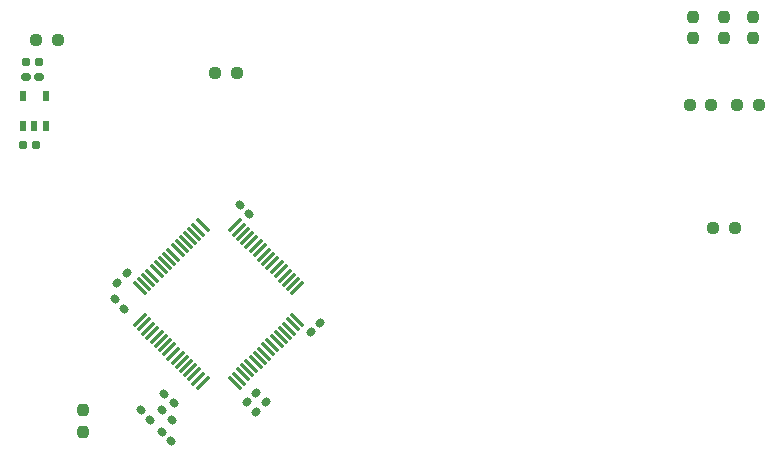
<source format=gbr>
%TF.GenerationSoftware,KiCad,Pcbnew,8.0.4*%
%TF.CreationDate,2025-04-25T16:49:28-07:00*%
%TF.ProjectId,DalekSoundSystemV2,44616c65-6b53-46f7-956e-645379737465,rev?*%
%TF.SameCoordinates,Original*%
%TF.FileFunction,Paste,Top*%
%TF.FilePolarity,Positive*%
%FSLAX46Y46*%
G04 Gerber Fmt 4.6, Leading zero omitted, Abs format (unit mm)*
G04 Created by KiCad (PCBNEW 8.0.4) date 2025-04-25 16:49:28*
%MOMM*%
%LPD*%
G01*
G04 APERTURE LIST*
G04 Aperture macros list*
%AMRoundRect*
0 Rectangle with rounded corners*
0 $1 Rounding radius*
0 $2 $3 $4 $5 $6 $7 $8 $9 X,Y pos of 4 corners*
0 Add a 4 corners polygon primitive as box body*
4,1,4,$2,$3,$4,$5,$6,$7,$8,$9,$2,$3,0*
0 Add four circle primitives for the rounded corners*
1,1,$1+$1,$2,$3*
1,1,$1+$1,$4,$5*
1,1,$1+$1,$6,$7*
1,1,$1+$1,$8,$9*
0 Add four rect primitives between the rounded corners*
20,1,$1+$1,$2,$3,$4,$5,0*
20,1,$1+$1,$4,$5,$6,$7,0*
20,1,$1+$1,$6,$7,$8,$9,0*
20,1,$1+$1,$8,$9,$2,$3,0*%
G04 Aperture macros list end*
%ADD10RoundRect,0.155000X-0.212500X-0.155000X0.212500X-0.155000X0.212500X0.155000X-0.212500X0.155000X0*%
%ADD11R,0.508000X0.955600*%
%ADD12RoundRect,0.155000X0.040659X0.259862X-0.259862X-0.040659X-0.040659X-0.259862X0.259862X0.040659X0*%
%ADD13RoundRect,0.155000X0.259862X-0.040659X-0.040659X0.259862X-0.259862X0.040659X0.040659X-0.259862X0*%
%ADD14RoundRect,0.160000X-0.222500X-0.160000X0.222500X-0.160000X0.222500X0.160000X-0.222500X0.160000X0*%
%ADD15RoundRect,0.237500X-0.237500X0.250000X-0.237500X-0.250000X0.237500X-0.250000X0.237500X0.250000X0*%
%ADD16RoundRect,0.155000X0.212500X0.155000X-0.212500X0.155000X-0.212500X-0.155000X0.212500X-0.155000X0*%
%ADD17RoundRect,0.237500X-0.250000X-0.237500X0.250000X-0.237500X0.250000X0.237500X-0.250000X0.237500X0*%
%ADD18RoundRect,0.155000X-0.259862X0.040659X0.040659X-0.259862X0.259862X-0.040659X-0.040659X0.259862X0*%
%ADD19RoundRect,0.155000X-0.040659X-0.259862X0.259862X0.040659X0.040659X0.259862X-0.259862X-0.040659X0*%
%ADD20RoundRect,0.160000X-0.270468X0.044194X0.044194X-0.270468X0.270468X-0.044194X-0.044194X0.270468X0*%
%ADD21RoundRect,0.237500X0.237500X-0.250000X0.237500X0.250000X-0.237500X0.250000X-0.237500X-0.250000X0*%
%ADD22RoundRect,0.075000X-0.441942X-0.548008X0.548008X0.441942X0.441942X0.548008X-0.548008X-0.441942X0*%
%ADD23RoundRect,0.075000X0.441942X-0.548008X0.548008X-0.441942X-0.441942X0.548008X-0.548008X0.441942X0*%
G04 APERTURE END LIST*
D10*
%TO.C,C11*%
X148477300Y-59263600D03*
X149612300Y-59263600D03*
%TD*%
D11*
%TO.C,U3*%
X148249999Y-64755600D03*
X149200000Y-64755600D03*
X150150001Y-64755600D03*
X150150001Y-62200000D03*
X148249999Y-62200000D03*
%TD*%
D12*
%TO.C,C5*%
X173401283Y-81398717D03*
X172598717Y-82201283D03*
%TD*%
D13*
%TO.C,C7*%
X161001283Y-88201283D03*
X160198717Y-87398717D03*
%TD*%
D14*
%TO.C,L1*%
X148472300Y-60601100D03*
X149617300Y-60601100D03*
%TD*%
D15*
%TO.C,R2*%
X204962725Y-55447501D03*
X204962725Y-57272501D03*
%TD*%
D16*
%TO.C,C10*%
X149367500Y-66351100D03*
X148232500Y-66351100D03*
%TD*%
D17*
%TO.C,R5*%
X204687500Y-62960001D03*
X206512500Y-62960001D03*
%TD*%
D12*
%TO.C,C1*%
X168001283Y-87298717D03*
X167198717Y-88101283D03*
%TD*%
D18*
%TO.C,C9*%
X160003536Y-90603536D03*
X160806102Y-91406102D03*
%TD*%
D19*
%TO.C,C3*%
X156198717Y-78001283D03*
X157001283Y-77198717D03*
%TD*%
D20*
%TO.C,FB1*%
X160000000Y-88800000D03*
X160809638Y-89609638D03*
%TD*%
D12*
%TO.C,C6*%
X168801283Y-88098717D03*
X167998717Y-88901283D03*
%TD*%
D17*
%TO.C,R8*%
X164487500Y-60200000D03*
X166312500Y-60200000D03*
%TD*%
D18*
%TO.C,C2*%
X166598717Y-71398717D03*
X167401283Y-72201283D03*
%TD*%
D21*
%TO.C,R3*%
X207550000Y-57272501D03*
X207550000Y-55447501D03*
%TD*%
D17*
%TO.C,R6*%
X208687500Y-62960001D03*
X210512500Y-62960001D03*
%TD*%
D13*
%TO.C,C8*%
X159006102Y-89606102D03*
X158203536Y-88803536D03*
%TD*%
D17*
%TO.C,R9*%
X149347500Y-57400000D03*
X151172500Y-57400000D03*
%TD*%
D21*
%TO.C,R4*%
X210057091Y-57272501D03*
X210057091Y-55447501D03*
%TD*%
D13*
%TO.C,C4*%
X156801283Y-80201283D03*
X155998717Y-79398717D03*
%TD*%
D15*
%TO.C,R1*%
X153312500Y-88775000D03*
X153312500Y-90600000D03*
%TD*%
D22*
%TO.C,U1*%
X158135519Y-81161181D03*
X158489072Y-81514734D03*
X158842625Y-81868287D03*
X159196179Y-82221841D03*
X159549732Y-82575394D03*
X159903286Y-82928948D03*
X160256839Y-83282501D03*
X160610392Y-83636054D03*
X160963946Y-83989608D03*
X161317499Y-84343161D03*
X161671052Y-84696714D03*
X162024606Y-85050268D03*
X162378159Y-85403821D03*
X162731713Y-85757375D03*
X163085266Y-86110928D03*
X163438819Y-86464481D03*
D23*
X166161181Y-86464481D03*
X166514734Y-86110928D03*
X166868287Y-85757375D03*
X167221841Y-85403821D03*
X167575394Y-85050268D03*
X167928948Y-84696714D03*
X168282501Y-84343161D03*
X168636054Y-83989608D03*
X168989608Y-83636054D03*
X169343161Y-83282501D03*
X169696714Y-82928948D03*
X170050268Y-82575394D03*
X170403821Y-82221841D03*
X170757375Y-81868287D03*
X171110928Y-81514734D03*
X171464481Y-81161181D03*
D22*
X171464481Y-78438819D03*
X171110928Y-78085266D03*
X170757375Y-77731713D03*
X170403821Y-77378159D03*
X170050268Y-77024606D03*
X169696714Y-76671052D03*
X169343161Y-76317499D03*
X168989608Y-75963946D03*
X168636054Y-75610392D03*
X168282501Y-75256839D03*
X167928948Y-74903286D03*
X167575394Y-74549732D03*
X167221841Y-74196179D03*
X166868287Y-73842625D03*
X166514734Y-73489072D03*
X166161181Y-73135519D03*
D23*
X163438819Y-73135519D03*
X163085266Y-73489072D03*
X162731713Y-73842625D03*
X162378159Y-74196179D03*
X162024606Y-74549732D03*
X161671052Y-74903286D03*
X161317499Y-75256839D03*
X160963946Y-75610392D03*
X160610392Y-75963946D03*
X160256839Y-76317499D03*
X159903286Y-76671052D03*
X159549732Y-77024606D03*
X159196179Y-77378159D03*
X158842625Y-77731713D03*
X158489072Y-78085266D03*
X158135519Y-78438819D03*
%TD*%
D17*
%TO.C,R7*%
X206687500Y-73360001D03*
X208512500Y-73360001D03*
%TD*%
M02*

</source>
